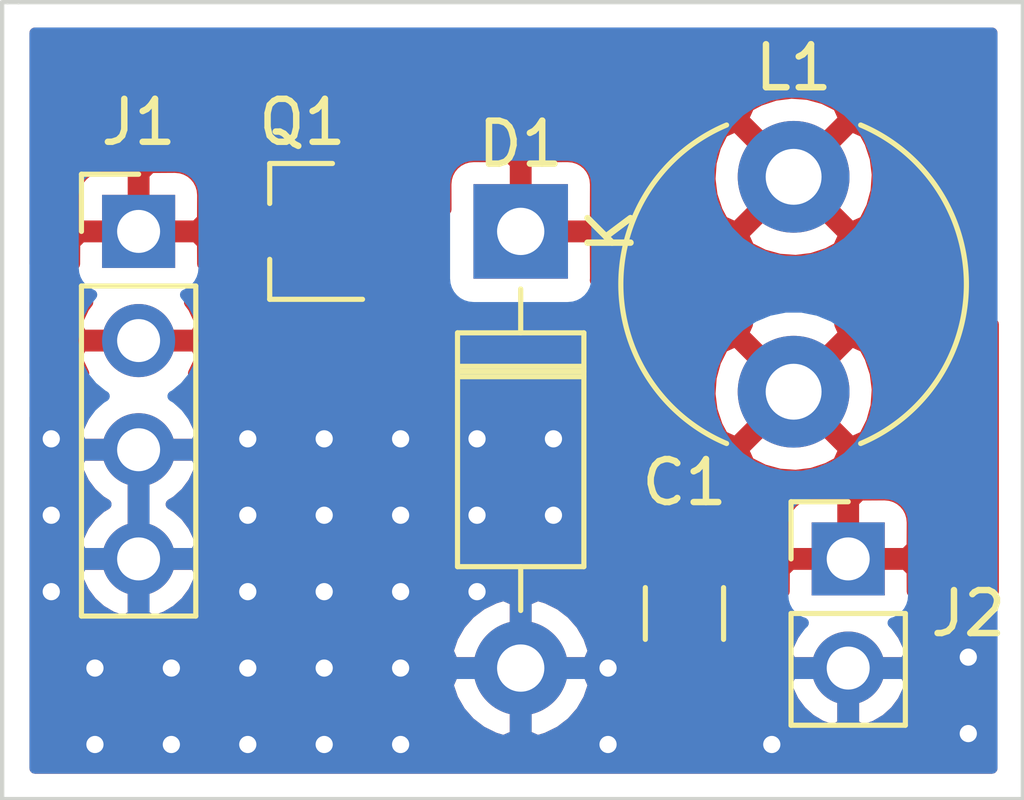
<source format=kicad_pcb>
(kicad_pcb (version 20171130) (host pcbnew "(5.1.2)-2")

  (general
    (thickness 1.6)
    (drawings 6)
    (tracks 33)
    (zones 0)
    (modules 6)
    (nets 6)
  )

  (page A4)
  (layers
    (0 F.Cu signal)
    (31 B.Cu signal hide)
    (32 B.Adhes user)
    (33 F.Adhes user)
    (34 B.Paste user)
    (35 F.Paste user)
    (36 B.SilkS user)
    (37 F.SilkS user)
    (38 B.Mask user)
    (39 F.Mask user)
    (40 Dwgs.User user)
    (41 Cmts.User user)
    (42 Eco1.User user)
    (43 Eco2.User user)
    (44 Edge.Cuts user)
    (45 Margin user)
    (46 B.CrtYd user)
    (47 F.CrtYd user)
    (48 B.Fab user hide)
    (49 F.Fab user hide)
  )

  (setup
    (last_trace_width 0.5)
    (user_trace_width 0.5)
    (trace_clearance 0.2)
    (zone_clearance 0.54)
    (zone_45_only no)
    (trace_min 0.2)
    (via_size 0.8)
    (via_drill 0.4)
    (via_min_size 0.4)
    (via_min_drill 0.3)
    (uvia_size 0.3)
    (uvia_drill 0.1)
    (uvias_allowed no)
    (uvia_min_size 0.2)
    (uvia_min_drill 0.1)
    (edge_width 0.05)
    (segment_width 0.2)
    (pcb_text_width 0.3)
    (pcb_text_size 1.5 1.5)
    (mod_edge_width 0.12)
    (mod_text_size 1 1)
    (mod_text_width 0.15)
    (pad_size 1.524 1.524)
    (pad_drill 0.762)
    (pad_to_mask_clearance 0.051)
    (solder_mask_min_width 0.25)
    (aux_axis_origin 0 0)
    (visible_elements 7FFFFFFF)
    (pcbplotparams
      (layerselection 0x010fc_ffffffff)
      (usegerberextensions false)
      (usegerberattributes false)
      (usegerberadvancedattributes false)
      (creategerberjobfile false)
      (excludeedgelayer true)
      (linewidth 0.100000)
      (plotframeref false)
      (viasonmask false)
      (mode 1)
      (useauxorigin false)
      (hpglpennumber 1)
      (hpglpenspeed 20)
      (hpglpendiameter 15.000000)
      (psnegative false)
      (psa4output false)
      (plotreference true)
      (plotvalue true)
      (plotinvisibletext false)
      (padsonsilk false)
      (subtractmaskfromsilk false)
      (outputformat 1)
      (mirror false)
      (drillshape 1)
      (scaleselection 1)
      (outputdirectory ""))
  )

  (net 0 "")
  (net 1 VCC)
  (net 2 GND)
  (net 3 "Net-(D1-Pad1)")
  (net 4 PWM)
  (net 5 OUT_VCC)

  (net_class Default "Ceci est la Netclass par défaut."
    (clearance 0.2)
    (trace_width 0.25)
    (via_dia 0.8)
    (via_drill 0.4)
    (uvia_dia 0.3)
    (uvia_drill 0.1)
    (add_net GND)
    (add_net "Net-(D1-Pad1)")
    (add_net OUT_VCC)
    (add_net PWM)
    (add_net VCC)
  )

  (module Package_TO_SOT_SMD:SOT-23 (layer F.Cu) (tedit 5A02FF57) (tstamp 5E1DEEBC)
    (at 88.9 55.88 180)
    (descr "SOT-23, Standard")
    (tags SOT-23)
    (path /5E1DAF8B)
    (attr smd)
    (fp_text reference Q1 (at 0 2.54) (layer F.SilkS)
      (effects (font (size 1 1) (thickness 0.15)))
    )
    (fp_text value IRLML0060TRPbF (at 0.814999 -4.315001) (layer F.Fab)
      (effects (font (size 1 1) (thickness 0.15)))
    )
    (fp_line (start 0.76 1.58) (end -0.7 1.58) (layer F.SilkS) (width 0.12))
    (fp_line (start 0.76 -1.58) (end -1.4 -1.58) (layer F.SilkS) (width 0.12))
    (fp_line (start -1.7 1.75) (end -1.7 -1.75) (layer F.CrtYd) (width 0.05))
    (fp_line (start 1.7 1.75) (end -1.7 1.75) (layer F.CrtYd) (width 0.05))
    (fp_line (start 1.7 -1.75) (end 1.7 1.75) (layer F.CrtYd) (width 0.05))
    (fp_line (start -1.7 -1.75) (end 1.7 -1.75) (layer F.CrtYd) (width 0.05))
    (fp_line (start 0.76 -1.58) (end 0.76 -0.65) (layer F.SilkS) (width 0.12))
    (fp_line (start 0.76 1.58) (end 0.76 0.65) (layer F.SilkS) (width 0.12))
    (fp_line (start -0.7 1.52) (end 0.7 1.52) (layer F.Fab) (width 0.1))
    (fp_line (start 0.7 -1.52) (end 0.7 1.52) (layer F.Fab) (width 0.1))
    (fp_line (start -0.7 -0.95) (end -0.15 -1.52) (layer F.Fab) (width 0.1))
    (fp_line (start -0.15 -1.52) (end 0.7 -1.52) (layer F.Fab) (width 0.1))
    (fp_line (start -0.7 -0.95) (end -0.7 1.5) (layer F.Fab) (width 0.1))
    (fp_text user %R (at 0 0 90) (layer F.Fab)
      (effects (font (size 0.5 0.5) (thickness 0.075)))
    )
    (pad 3 smd rect (at 1 0 180) (size 0.9 0.8) (layers F.Cu F.Paste F.Mask)
      (net 1 VCC))
    (pad 2 smd rect (at -1 0.95 180) (size 0.9 0.8) (layers F.Cu F.Paste F.Mask)
      (net 3 "Net-(D1-Pad1)"))
    (pad 1 smd rect (at -1 -0.95 180) (size 0.9 0.8) (layers F.Cu F.Paste F.Mask)
      (net 4 PWM))
    (model ${KISYS3DMOD}/Package_TO_SOT_SMD.3dshapes/SOT-23.wrl
      (at (xyz 0 0 0))
      (scale (xyz 1 1 1))
      (rotate (xyz 0 0 0))
    )
  )

  (module Connector_PinHeader_2.54mm:PinHeader_1x02_P2.54mm_Vertical (layer F.Cu) (tedit 59FED5CC) (tstamp 5E25E179)
    (at 101.6 63.5)
    (descr "Through hole straight pin header, 1x02, 2.54mm pitch, single row")
    (tags "Through hole pin header THT 1x02 2.54mm single row")
    (path /5E26BED3)
    (fp_text reference J2 (at 2.794 1.27) (layer F.SilkS)
      (effects (font (size 1 1) (thickness 0.15)))
    )
    (fp_text value Conn_01x02 (at 0 4.87) (layer F.Fab)
      (effects (font (size 1 1) (thickness 0.15)))
    )
    (fp_text user %R (at 0 1.27 90) (layer F.Fab)
      (effects (font (size 1 1) (thickness 0.15)))
    )
    (fp_line (start 1.8 -1.8) (end -1.8 -1.8) (layer F.CrtYd) (width 0.05))
    (fp_line (start 1.8 4.35) (end 1.8 -1.8) (layer F.CrtYd) (width 0.05))
    (fp_line (start -1.8 4.35) (end 1.8 4.35) (layer F.CrtYd) (width 0.05))
    (fp_line (start -1.8 -1.8) (end -1.8 4.35) (layer F.CrtYd) (width 0.05))
    (fp_line (start -1.33 -1.33) (end 0 -1.33) (layer F.SilkS) (width 0.12))
    (fp_line (start -1.33 0) (end -1.33 -1.33) (layer F.SilkS) (width 0.12))
    (fp_line (start -1.33 1.27) (end 1.33 1.27) (layer F.SilkS) (width 0.12))
    (fp_line (start 1.33 1.27) (end 1.33 3.87) (layer F.SilkS) (width 0.12))
    (fp_line (start -1.33 1.27) (end -1.33 3.87) (layer F.SilkS) (width 0.12))
    (fp_line (start -1.33 3.87) (end 1.33 3.87) (layer F.SilkS) (width 0.12))
    (fp_line (start -1.27 -0.635) (end -0.635 -1.27) (layer F.Fab) (width 0.1))
    (fp_line (start -1.27 3.81) (end -1.27 -0.635) (layer F.Fab) (width 0.1))
    (fp_line (start 1.27 3.81) (end -1.27 3.81) (layer F.Fab) (width 0.1))
    (fp_line (start 1.27 -1.27) (end 1.27 3.81) (layer F.Fab) (width 0.1))
    (fp_line (start -0.635 -1.27) (end 1.27 -1.27) (layer F.Fab) (width 0.1))
    (pad 2 thru_hole oval (at 0 2.54) (size 1.7 1.7) (drill 1) (layers *.Cu *.Mask)
      (net 2 GND))
    (pad 1 thru_hole rect (at 0 0) (size 1.7 1.7) (drill 1) (layers *.Cu *.Mask)
      (net 5 OUT_VCC))
    (model ${KISYS3DMOD}/Connector_PinHeader_2.54mm.3dshapes/PinHeader_1x02_P2.54mm_Vertical.wrl
      (at (xyz 0 0 0))
      (scale (xyz 1 1 1))
      (rotate (xyz 0 0 0))
    )
  )

  (module Connector_PinHeader_2.54mm:PinHeader_1x04_P2.54mm_Vertical (layer F.Cu) (tedit 59FED5CC) (tstamp 5E25E163)
    (at 85.09 55.88)
    (descr "Through hole straight pin header, 1x04, 2.54mm pitch, single row")
    (tags "Through hole pin header THT 1x04 2.54mm single row")
    (path /5E267AFA)
    (fp_text reference J1 (at 0 -2.54) (layer F.SilkS)
      (effects (font (size 1 1) (thickness 0.15)))
    )
    (fp_text value Conn_01x04 (at 0 9.95) (layer F.Fab)
      (effects (font (size 1 1) (thickness 0.15)))
    )
    (fp_text user %R (at 0 3.81 90) (layer F.Fab)
      (effects (font (size 1 1) (thickness 0.15)))
    )
    (fp_line (start 1.8 -1.8) (end -1.8 -1.8) (layer F.CrtYd) (width 0.05))
    (fp_line (start 1.8 9.4) (end 1.8 -1.8) (layer F.CrtYd) (width 0.05))
    (fp_line (start -1.8 9.4) (end 1.8 9.4) (layer F.CrtYd) (width 0.05))
    (fp_line (start -1.8 -1.8) (end -1.8 9.4) (layer F.CrtYd) (width 0.05))
    (fp_line (start -1.33 -1.33) (end 0 -1.33) (layer F.SilkS) (width 0.12))
    (fp_line (start -1.33 0) (end -1.33 -1.33) (layer F.SilkS) (width 0.12))
    (fp_line (start -1.33 1.27) (end 1.33 1.27) (layer F.SilkS) (width 0.12))
    (fp_line (start 1.33 1.27) (end 1.33 8.95) (layer F.SilkS) (width 0.12))
    (fp_line (start -1.33 1.27) (end -1.33 8.95) (layer F.SilkS) (width 0.12))
    (fp_line (start -1.33 8.95) (end 1.33 8.95) (layer F.SilkS) (width 0.12))
    (fp_line (start -1.27 -0.635) (end -0.635 -1.27) (layer F.Fab) (width 0.1))
    (fp_line (start -1.27 8.89) (end -1.27 -0.635) (layer F.Fab) (width 0.1))
    (fp_line (start 1.27 8.89) (end -1.27 8.89) (layer F.Fab) (width 0.1))
    (fp_line (start 1.27 -1.27) (end 1.27 8.89) (layer F.Fab) (width 0.1))
    (fp_line (start -0.635 -1.27) (end 1.27 -1.27) (layer F.Fab) (width 0.1))
    (pad 4 thru_hole oval (at 0 7.62) (size 1.7 1.7) (drill 1) (layers *.Cu *.Mask)
      (net 2 GND))
    (pad 3 thru_hole oval (at 0 5.08) (size 1.7 1.7) (drill 1) (layers *.Cu *.Mask)
      (net 2 GND))
    (pad 2 thru_hole oval (at 0 2.54) (size 1.7 1.7) (drill 1) (layers *.Cu *.Mask)
      (net 4 PWM))
    (pad 1 thru_hole rect (at 0 0) (size 1.7 1.7) (drill 1) (layers *.Cu *.Mask)
      (net 1 VCC))
    (model ${KISYS3DMOD}/Connector_PinHeader_2.54mm.3dshapes/PinHeader_1x04_P2.54mm_Vertical.wrl
      (at (xyz 0 0 0))
      (scale (xyz 1 1 1))
      (rotate (xyz 0 0 0))
    )
  )

  (module Capacitor_SMD:C_1206_3216Metric_Pad1.42x1.75mm_HandSolder (layer F.Cu) (tedit 5B301BBE) (tstamp 5E25D184)
    (at 97.79 64.77 270)
    (descr "Capacitor SMD 1206 (3216 Metric), square (rectangular) end terminal, IPC_7351 nominal with elongated pad for handsoldering. (Body size source: http://www.tortai-tech.com/upload/download/2011102023233369053.pdf), generated with kicad-footprint-generator")
    (tags "capacitor handsolder")
    (path /5E26D598)
    (attr smd)
    (fp_text reference C1 (at -3.048 0 180) (layer F.SilkS)
      (effects (font (size 1 1) (thickness 0.15)))
    )
    (fp_text value 100u (at 0 1.82 90) (layer F.Fab)
      (effects (font (size 1 1) (thickness 0.15)))
    )
    (fp_text user %R (at 0 0 90) (layer F.Fab)
      (effects (font (size 0.8 0.8) (thickness 0.12)))
    )
    (fp_line (start 2.45 1.12) (end -2.45 1.12) (layer F.CrtYd) (width 0.05))
    (fp_line (start 2.45 -1.12) (end 2.45 1.12) (layer F.CrtYd) (width 0.05))
    (fp_line (start -2.45 -1.12) (end 2.45 -1.12) (layer F.CrtYd) (width 0.05))
    (fp_line (start -2.45 1.12) (end -2.45 -1.12) (layer F.CrtYd) (width 0.05))
    (fp_line (start -0.602064 0.91) (end 0.602064 0.91) (layer F.SilkS) (width 0.12))
    (fp_line (start -0.602064 -0.91) (end 0.602064 -0.91) (layer F.SilkS) (width 0.12))
    (fp_line (start 1.6 0.8) (end -1.6 0.8) (layer F.Fab) (width 0.1))
    (fp_line (start 1.6 -0.8) (end 1.6 0.8) (layer F.Fab) (width 0.1))
    (fp_line (start -1.6 -0.8) (end 1.6 -0.8) (layer F.Fab) (width 0.1))
    (fp_line (start -1.6 0.8) (end -1.6 -0.8) (layer F.Fab) (width 0.1))
    (pad 2 smd roundrect (at 1.4875 0 270) (size 1.425 1.75) (layers F.Cu F.Paste F.Mask) (roundrect_rratio 0.175439)
      (net 2 GND))
    (pad 1 smd roundrect (at -1.4875 0 270) (size 1.425 1.75) (layers F.Cu F.Paste F.Mask) (roundrect_rratio 0.175439)
      (net 5 OUT_VCC))
    (model ${KISYS3DMOD}/Capacitor_SMD.3dshapes/C_1206_3216Metric.wrl
      (at (xyz 0 0 0))
      (scale (xyz 1 1 1))
      (rotate (xyz 0 0 0))
    )
  )

  (module Inductor_THT:L_Radial_D7.8mm_P5.00mm_Fastron_07HCP (layer F.Cu) (tedit 5AE59B06) (tstamp 5E25A955)
    (at 100.33 54.61 270)
    (descr "Inductor, Radial series, Radial, pin pitch=5.00mm, , diameter=7.8mm, Fastron, 07HCP, http://www.abracon.com/Magnetics/radial/AISR875.pdf")
    (tags "Inductor Radial series Radial pin pitch 5.00mm  diameter 7.8mm Fastron 07HCP")
    (path /5E25E2FD)
    (fp_text reference L1 (at -2.54 0 180) (layer F.SilkS)
      (effects (font (size 1 1) (thickness 0.15)))
    )
    (fp_text value 680uH (at 2.5 5.15 90) (layer F.Fab)
      (effects (font (size 1 1) (thickness 0.15)))
    )
    (fp_text user %R (at 2.5 0 90) (layer F.Fab)
      (effects (font (size 1 1) (thickness 0.15)))
    )
    (fp_circle (center 2.5 0) (end 6.85 0) (layer F.CrtYd) (width 0.05))
    (fp_circle (center 2.5 0) (end 6.4 0) (layer F.Fab) (width 0.1))
    (fp_arc (start 2.5 0) (end -1.20497 1.56) (angle -134.332356) (layer F.SilkS) (width 0.12))
    (fp_arc (start 2.5 0) (end -1.20497 -1.56) (angle 134.332356) (layer F.SilkS) (width 0.12))
    (pad 2 thru_hole circle (at 5 0 270) (size 2.6 2.6) (drill 1.3) (layers *.Cu *.Mask)
      (net 5 OUT_VCC))
    (pad 1 thru_hole circle (at 0 0 270) (size 2.6 2.6) (drill 1.3) (layers *.Cu *.Mask)
      (net 3 "Net-(D1-Pad1)"))
    (model ${KISYS3DMOD}/Inductor_THT.3dshapes/L_Radial_D7.8mm_P5.00mm_Fastron_07HCP.wrl
      (at (xyz 0 0 0))
      (scale (xyz 1 1 1))
      (rotate (xyz 0 0 0))
    )
  )

  (module Diode_THT:D_DO-41_SOD81_P10.16mm_Horizontal (layer F.Cu) (tedit 5AE50CD5) (tstamp 5E259249)
    (at 93.98 55.88 270)
    (descr "Diode, DO-41_SOD81 series, Axial, Horizontal, pin pitch=10.16mm, , length*diameter=5.2*2.7mm^2, , http://www.diodes.com/_files/packages/DO-41%20(Plastic).pdf")
    (tags "Diode DO-41_SOD81 series Axial Horizontal pin pitch 10.16mm  length 5.2mm diameter 2.7mm")
    (path /5E25F7E1)
    (fp_text reference D1 (at -2.032 0 180) (layer F.SilkS)
      (effects (font (size 1 1) (thickness 0.15)))
    )
    (fp_text value D (at 5.08 2.47 90) (layer F.Fab)
      (effects (font (size 1 1) (thickness 0.15)))
    )
    (fp_text user K (at 0 -2.1 90) (layer F.SilkS)
      (effects (font (size 1 1) (thickness 0.15)))
    )
    (fp_text user K (at 0 -2.1 90) (layer F.Fab)
      (effects (font (size 1 1) (thickness 0.15)))
    )
    (fp_text user %R (at 5.47 0 90) (layer F.Fab)
      (effects (font (size 1 1) (thickness 0.15)))
    )
    (fp_line (start 11.51 -1.6) (end -1.35 -1.6) (layer F.CrtYd) (width 0.05))
    (fp_line (start 11.51 1.6) (end 11.51 -1.6) (layer F.CrtYd) (width 0.05))
    (fp_line (start -1.35 1.6) (end 11.51 1.6) (layer F.CrtYd) (width 0.05))
    (fp_line (start -1.35 -1.6) (end -1.35 1.6) (layer F.CrtYd) (width 0.05))
    (fp_line (start 3.14 -1.47) (end 3.14 1.47) (layer F.SilkS) (width 0.12))
    (fp_line (start 3.38 -1.47) (end 3.38 1.47) (layer F.SilkS) (width 0.12))
    (fp_line (start 3.26 -1.47) (end 3.26 1.47) (layer F.SilkS) (width 0.12))
    (fp_line (start 8.82 0) (end 7.8 0) (layer F.SilkS) (width 0.12))
    (fp_line (start 1.34 0) (end 2.36 0) (layer F.SilkS) (width 0.12))
    (fp_line (start 7.8 -1.47) (end 2.36 -1.47) (layer F.SilkS) (width 0.12))
    (fp_line (start 7.8 1.47) (end 7.8 -1.47) (layer F.SilkS) (width 0.12))
    (fp_line (start 2.36 1.47) (end 7.8 1.47) (layer F.SilkS) (width 0.12))
    (fp_line (start 2.36 -1.47) (end 2.36 1.47) (layer F.SilkS) (width 0.12))
    (fp_line (start 3.16 -1.35) (end 3.16 1.35) (layer F.Fab) (width 0.1))
    (fp_line (start 3.36 -1.35) (end 3.36 1.35) (layer F.Fab) (width 0.1))
    (fp_line (start 3.26 -1.35) (end 3.26 1.35) (layer F.Fab) (width 0.1))
    (fp_line (start 10.16 0) (end 7.68 0) (layer F.Fab) (width 0.1))
    (fp_line (start 0 0) (end 2.48 0) (layer F.Fab) (width 0.1))
    (fp_line (start 7.68 -1.35) (end 2.48 -1.35) (layer F.Fab) (width 0.1))
    (fp_line (start 7.68 1.35) (end 7.68 -1.35) (layer F.Fab) (width 0.1))
    (fp_line (start 2.48 1.35) (end 7.68 1.35) (layer F.Fab) (width 0.1))
    (fp_line (start 2.48 -1.35) (end 2.48 1.35) (layer F.Fab) (width 0.1))
    (pad 2 thru_hole oval (at 10.16 0 270) (size 2.2 2.2) (drill 1.1) (layers *.Cu *.Mask)
      (net 2 GND))
    (pad 1 thru_hole rect (at 0 0 270) (size 2.2 2.2) (drill 1.1) (layers *.Cu *.Mask)
      (net 3 "Net-(D1-Pad1)"))
    (model ${KISYS3DMOD}/Diode_THT.3dshapes/D_DO-41_SOD81_P10.16mm_Horizontal.wrl
      (at (xyz 0 0 0))
      (scale (xyz 1 1 1))
      (rotate (xyz 0 0 0))
    )
  )

  (gr_line (start 82.042 50.546) (end 82.296 50.546) (layer Edge.Cuts) (width 0.1))
  (gr_line (start 81.915 50.546) (end 82.042 50.546) (layer Edge.Cuts) (width 0.1))
  (gr_line (start 81.915 69.088) (end 81.915 50.546) (layer Edge.Cuts) (width 0.1))
  (gr_line (start 105.664 69.088) (end 81.915 69.088) (layer Edge.Cuts) (width 0.1))
  (gr_line (start 105.664 50.546) (end 105.664 69.088) (layer Edge.Cuts) (width 0.1))
  (gr_line (start 82.296 50.546) (end 105.664 50.546) (layer Edge.Cuts) (width 0.1))

  (segment (start 101.3825 66.2575) (end 101.6 66.04) (width 0.5) (layer F.Cu) (net 2))
  (via (at 83.058 60.706) (size 0.8) (drill 0.4) (layers F.Cu B.Cu) (net 2))
  (via (at 83.058 62.484) (size 0.8) (drill 0.4) (layers F.Cu B.Cu) (net 2))
  (via (at 83.058 64.262) (size 0.8) (drill 0.4) (layers F.Cu B.Cu) (net 2))
  (via (at 84.074 66.04) (size 0.8) (drill 0.4) (layers F.Cu B.Cu) (net 2))
  (via (at 84.074 67.818) (size 0.8) (drill 0.4) (layers F.Cu B.Cu) (net 2))
  (via (at 87.63 67.818) (size 0.8) (drill 0.4) (layers F.Cu B.Cu) (net 2))
  (via (at 89.408 67.818) (size 0.8) (drill 0.4) (layers F.Cu B.Cu) (net 2))
  (via (at 91.186 67.818) (size 0.8) (drill 0.4) (layers F.Cu B.Cu) (net 2))
  (via (at 87.63 60.706) (size 0.8) (drill 0.4) (layers F.Cu B.Cu) (net 2))
  (via (at 89.408 60.706) (size 0.8) (drill 0.4) (layers F.Cu B.Cu) (net 2))
  (via (at 91.186 60.706) (size 0.8) (drill 0.4) (layers F.Cu B.Cu) (net 2))
  (via (at 92.964 60.706) (size 0.8) (drill 0.4) (layers F.Cu B.Cu) (net 2))
  (via (at 94.742 60.706) (size 0.8) (drill 0.4) (layers F.Cu B.Cu) (net 2))
  (via (at 94.742 62.484) (size 0.8) (drill 0.4) (layers F.Cu B.Cu) (net 2))
  (via (at 104.394 67.564) (size 0.8) (drill 0.4) (layers F.Cu B.Cu) (net 2))
  (via (at 104.394 65.786) (size 0.8) (drill 0.4) (layers F.Cu B.Cu) (net 2))
  (via (at 96.012 67.818) (size 0.8) (drill 0.4) (layers F.Cu B.Cu) (net 2))
  (via (at 99.822 67.818) (size 0.8) (drill 0.4) (layers F.Cu B.Cu) (net 2))
  (via (at 87.63 62.484) (size 0.8) (drill 0.4) (layers F.Cu B.Cu) (net 2))
  (via (at 87.63 64.262) (size 0.8) (drill 0.4) (layers F.Cu B.Cu) (net 2))
  (via (at 87.63 66.04) (size 0.8) (drill 0.4) (layers F.Cu B.Cu) (net 2))
  (via (at 89.408 62.484) (size 0.8) (drill 0.4) (layers F.Cu B.Cu) (net 2))
  (via (at 89.408 64.262) (size 0.8) (drill 0.4) (layers F.Cu B.Cu) (net 2))
  (via (at 89.408 66.04) (size 0.8) (drill 0.4) (layers F.Cu B.Cu) (net 2))
  (via (at 91.186 62.484) (size 0.8) (drill 0.4) (layers F.Cu B.Cu) (net 2))
  (via (at 91.186 64.262) (size 0.8) (drill 0.4) (layers F.Cu B.Cu) (net 2))
  (via (at 91.186 66.04) (size 0.8) (drill 0.4) (layers F.Cu B.Cu) (net 2))
  (via (at 92.964 62.484) (size 0.8) (drill 0.4) (layers F.Cu B.Cu) (net 2))
  (via (at 92.964 64.262) (size 0.8) (drill 0.4) (layers F.Cu B.Cu) (net 2))
  (via (at 85.852 67.818) (size 0.8) (drill 0.4) (layers F.Cu B.Cu) (net 2))
  (via (at 85.852 66.04) (size 0.8) (drill 0.4) (layers F.Cu B.Cu) (net 2))
  (via (at 96.012 66.04) (size 0.8) (drill 0.4) (layers F.Cu B.Cu) (net 2))

  (zone (net 5) (net_name OUT_VCC) (layer F.Cu) (tstamp 5E2700D4) (hatch edge 0.508)
    (connect_pads (clearance 0.508))
    (min_thickness 0.254)
    (fill yes (arc_segments 32) (thermal_gap 0.508) (thermal_bridge_width 0.508))
    (polygon
      (pts
        (xy 96.52 57.912) (xy 105.41 57.912) (xy 105.41 64.389) (xy 96.52 64.389)
      )
    )
    (filled_polygon
      (pts
        (xy 99.160381 58.260776) (xy 100.33 59.430395) (xy 101.499619 58.260776) (xy 101.400461 58.039) (xy 104.979 58.039)
        (xy 104.979001 64.262) (xy 103.087593 64.262) (xy 103.085 63.78575) (xy 102.92625 63.627) (xy 101.727 63.627)
        (xy 101.727 63.647) (xy 101.473 63.647) (xy 101.473 63.627) (xy 100.27375 63.627) (xy 100.115 63.78575)
        (xy 100.112407 64.262) (xy 99.242304 64.262) (xy 99.254502 64.23918) (xy 99.290812 64.119482) (xy 99.303072 63.995)
        (xy 99.3 63.56825) (xy 99.14125 63.4095) (xy 97.917 63.4095) (xy 97.917 63.4295) (xy 97.663 63.4295)
        (xy 97.663 63.4095) (xy 97.643 63.4095) (xy 97.643 63.1555) (xy 97.663 63.1555) (xy 97.663 62.09375)
        (xy 97.917 62.09375) (xy 97.917 63.1555) (xy 99.14125 63.1555) (xy 99.3 62.99675) (xy 99.302496 62.65)
        (xy 100.111928 62.65) (xy 100.115 63.21425) (xy 100.27375 63.373) (xy 101.473 63.373) (xy 101.473 62.17375)
        (xy 101.727 62.17375) (xy 101.727 63.373) (xy 102.92625 63.373) (xy 103.085 63.21425) (xy 103.088072 62.65)
        (xy 103.075812 62.525518) (xy 103.039502 62.40582) (xy 102.980537 62.295506) (xy 102.901185 62.198815) (xy 102.804494 62.119463)
        (xy 102.69418 62.060498) (xy 102.574482 62.024188) (xy 102.45 62.011928) (xy 101.88575 62.015) (xy 101.727 62.17375)
        (xy 101.473 62.17375) (xy 101.31425 62.015) (xy 100.75 62.011928) (xy 100.625518 62.024188) (xy 100.50582 62.060498)
        (xy 100.395506 62.119463) (xy 100.298815 62.198815) (xy 100.219463 62.295506) (xy 100.160498 62.40582) (xy 100.124188 62.525518)
        (xy 100.111928 62.65) (xy 99.302496 62.65) (xy 99.303072 62.57) (xy 99.290812 62.445518) (xy 99.254502 62.32582)
        (xy 99.195537 62.215506) (xy 99.116185 62.118815) (xy 99.019494 62.039463) (xy 98.90918 61.980498) (xy 98.789482 61.944188)
        (xy 98.665 61.931928) (xy 98.07575 61.935) (xy 97.917 62.09375) (xy 97.663 62.09375) (xy 97.50425 61.935)
        (xy 96.915 61.931928) (xy 96.790518 61.944188) (xy 96.67082 61.980498) (xy 96.647 61.99323) (xy 96.647 60.959224)
        (xy 99.160381 60.959224) (xy 99.292317 61.254312) (xy 99.633045 61.425159) (xy 100.000557 61.52625) (xy 100.380729 61.553701)
        (xy 100.758951 61.506457) (xy 101.12069 61.386333) (xy 101.367683 61.254312) (xy 101.499619 60.959224) (xy 100.33 59.789605)
        (xy 99.160381 60.959224) (xy 96.647 60.959224) (xy 96.647 59.660729) (xy 98.386299 59.660729) (xy 98.433543 60.038951)
        (xy 98.553667 60.40069) (xy 98.685688 60.647683) (xy 98.980776 60.779619) (xy 100.150395 59.61) (xy 100.509605 59.61)
        (xy 101.679224 60.779619) (xy 101.974312 60.647683) (xy 102.145159 60.306955) (xy 102.24625 59.939443) (xy 102.273701 59.559271)
        (xy 102.226457 59.181049) (xy 102.106333 58.81931) (xy 101.974312 58.572317) (xy 101.679224 58.440381) (xy 100.509605 59.61)
        (xy 100.150395 59.61) (xy 98.980776 58.440381) (xy 98.685688 58.572317) (xy 98.514841 58.913045) (xy 98.41375 59.280557)
        (xy 98.386299 59.660729) (xy 96.647 59.660729) (xy 96.647 58.039) (xy 99.259539 58.039)
      )
    )
  )
  (zone (net 3) (net_name "Net-(D1-Pad1)") (layer F.Cu) (tstamp 5E2700D1) (hatch edge 0.508)
    (connect_pads (clearance 0.54))
    (min_thickness 0.254)
    (fill yes (arc_segments 32) (thermal_gap 0.508) (thermal_bridge_width 0.508))
    (polygon
      (pts
        (xy 89.154 50.8) (xy 105.41 50.8) (xy 105.41 57.15) (xy 92.456 57.15) (xy 92.456 55.499)
        (xy 89.154 55.499)
      )
    )
    (filled_polygon
      (pts
        (xy 104.947 57.023) (xy 95.713837 57.023) (xy 95.718072 56.98) (xy 95.715 56.16575) (xy 95.55625 56.007)
        (xy 94.107 56.007) (xy 94.107 56.027) (xy 93.853 56.027) (xy 93.853 56.007) (xy 93.833 56.007)
        (xy 93.833 55.959224) (xy 99.160381 55.959224) (xy 99.292317 56.254312) (xy 99.633045 56.425159) (xy 100.000557 56.52625)
        (xy 100.380729 56.553701) (xy 100.758951 56.506457) (xy 101.12069 56.386333) (xy 101.367683 56.254312) (xy 101.499619 55.959224)
        (xy 100.33 54.789605) (xy 99.160381 55.959224) (xy 93.833 55.959224) (xy 93.833 55.753) (xy 93.853 55.753)
        (xy 93.853 54.30375) (xy 94.107 54.30375) (xy 94.107 55.753) (xy 95.55625 55.753) (xy 95.715 55.59425)
        (xy 95.718072 54.78) (xy 95.706326 54.660729) (xy 98.386299 54.660729) (xy 98.433543 55.038951) (xy 98.553667 55.40069)
        (xy 98.685688 55.647683) (xy 98.980776 55.779619) (xy 100.150395 54.61) (xy 100.509605 54.61) (xy 101.679224 55.779619)
        (xy 101.974312 55.647683) (xy 102.145159 55.306955) (xy 102.24625 54.939443) (xy 102.273701 54.559271) (xy 102.226457 54.181049)
        (xy 102.106333 53.81931) (xy 101.974312 53.572317) (xy 101.679224 53.440381) (xy 100.509605 54.61) (xy 100.150395 54.61)
        (xy 98.980776 53.440381) (xy 98.685688 53.572317) (xy 98.514841 53.913045) (xy 98.41375 54.280557) (xy 98.386299 54.660729)
        (xy 95.706326 54.660729) (xy 95.705812 54.655518) (xy 95.669502 54.53582) (xy 95.610537 54.425506) (xy 95.531185 54.328815)
        (xy 95.434494 54.249463) (xy 95.32418 54.190498) (xy 95.204482 54.154188) (xy 95.08 54.141928) (xy 94.26575 54.145)
        (xy 94.107 54.30375) (xy 93.853 54.30375) (xy 93.69425 54.145) (xy 92.88 54.141928) (xy 92.755518 54.154188)
        (xy 92.63582 54.190498) (xy 92.525506 54.249463) (xy 92.428815 54.328815) (xy 92.349463 54.425506) (xy 92.290498 54.53582)
        (xy 92.254188 54.655518) (xy 92.241928 54.78) (xy 92.244161 55.372) (xy 90.983935 55.372) (xy 90.988072 55.33)
        (xy 90.985 55.21575) (xy 90.82625 55.057) (xy 90.027 55.057) (xy 90.027 55.077) (xy 89.773 55.077)
        (xy 89.773 55.057) (xy 89.753 55.057) (xy 89.753 54.803) (xy 89.773 54.803) (xy 89.773 54.05375)
        (xy 90.027 54.05375) (xy 90.027 54.803) (xy 90.82625 54.803) (xy 90.985 54.64425) (xy 90.988072 54.53)
        (xy 90.975812 54.405518) (xy 90.939502 54.28582) (xy 90.880537 54.175506) (xy 90.801185 54.078815) (xy 90.704494 53.999463)
        (xy 90.59418 53.940498) (xy 90.474482 53.904188) (xy 90.35 53.891928) (xy 90.18575 53.895) (xy 90.027 54.05375)
        (xy 89.773 54.05375) (xy 89.61425 53.895) (xy 89.45 53.891928) (xy 89.325518 53.904188) (xy 89.281 53.917692)
        (xy 89.281 53.260776) (xy 99.160381 53.260776) (xy 100.33 54.430395) (xy 101.499619 53.260776) (xy 101.367683 52.965688)
        (xy 101.026955 52.794841) (xy 100.659443 52.69375) (xy 100.279271 52.666299) (xy 99.901049 52.713543) (xy 99.53931 52.833667)
        (xy 99.292317 52.965688) (xy 99.160381 53.260776) (xy 89.281 53.260776) (xy 89.281 51.263) (xy 104.947 51.263)
      )
    )
  )
  (zone (net 1) (net_name VCC) (layer F.Cu) (tstamp 5E2700CE) (hatch edge 0.508)
    (connect_pads (clearance 0.54))
    (min_thickness 0.254)
    (fill yes (arc_segments 32) (thermal_gap 0.508) (thermal_bridge_width 0.508))
    (polygon
      (pts
        (xy 82.55 50.927) (xy 88.519 50.927) (xy 88.519 56.769) (xy 82.55 56.769)
      )
    )
    (filled_polygon
      (pts
        (xy 88.392 54.846065) (xy 88.35 54.841928) (xy 88.18575 54.845) (xy 88.027 55.00375) (xy 88.027 55.753)
        (xy 88.047 55.753) (xy 88.047 56.007) (xy 88.027 56.007) (xy 88.027 56.027) (xy 87.773 56.027)
        (xy 87.773 56.007) (xy 86.97375 56.007) (xy 86.815 56.16575) (xy 86.811928 56.28) (xy 86.824188 56.404482)
        (xy 86.860498 56.52418) (xy 86.919463 56.634494) (xy 86.925623 56.642) (xy 86.577593 56.642) (xy 86.575 56.16575)
        (xy 86.41625 56.007) (xy 85.217 56.007) (xy 85.217 56.027) (xy 84.963 56.027) (xy 84.963 56.007)
        (xy 83.76375 56.007) (xy 83.605 56.16575) (xy 83.602407 56.642) (xy 82.677 56.642) (xy 82.677 55.03)
        (xy 83.601928 55.03) (xy 83.605 55.59425) (xy 83.76375 55.753) (xy 84.963 55.753) (xy 84.963 54.55375)
        (xy 85.217 54.55375) (xy 85.217 55.753) (xy 86.41625 55.753) (xy 86.575 55.59425) (xy 86.575622 55.48)
        (xy 86.811928 55.48) (xy 86.815 55.59425) (xy 86.97375 55.753) (xy 87.773 55.753) (xy 87.773 55.00375)
        (xy 87.61425 54.845) (xy 87.45 54.841928) (xy 87.325518 54.854188) (xy 87.20582 54.890498) (xy 87.095506 54.949463)
        (xy 86.998815 55.028815) (xy 86.919463 55.125506) (xy 86.860498 55.23582) (xy 86.824188 55.355518) (xy 86.811928 55.48)
        (xy 86.575622 55.48) (xy 86.578072 55.03) (xy 86.565812 54.905518) (xy 86.529502 54.78582) (xy 86.470537 54.675506)
        (xy 86.391185 54.578815) (xy 86.294494 54.499463) (xy 86.18418 54.440498) (xy 86.064482 54.404188) (xy 85.94 54.391928)
        (xy 85.37575 54.395) (xy 85.217 54.55375) (xy 84.963 54.55375) (xy 84.80425 54.395) (xy 84.24 54.391928)
        (xy 84.115518 54.404188) (xy 83.99582 54.440498) (xy 83.885506 54.499463) (xy 83.788815 54.578815) (xy 83.709463 54.675506)
        (xy 83.650498 54.78582) (xy 83.614188 54.905518) (xy 83.601928 55.03) (xy 82.677 55.03) (xy 82.677 51.263)
        (xy 88.392 51.263)
      )
    )
  )
  (zone (net 4) (net_name PWM) (layer F.Cu) (tstamp 5E2700CB) (hatch edge 0.508)
    (connect_pads (clearance 0.54))
    (min_thickness 0.254)
    (fill yes (arc_segments 32) (thermal_gap 0.508) (thermal_bridge_width 0.508))
    (polygon
      (pts
        (xy 82.55 57.404) (xy 88.9 57.404) (xy 89.281 57.404) (xy 89.281 56.261) (xy 91.694 56.261)
        (xy 91.694 59.309) (xy 82.55 59.309)
      )
    )
    (filled_polygon
      (pts
        (xy 91.567 59.182) (xy 86.363984 59.182) (xy 86.486825 58.924099) (xy 86.531476 58.77689) (xy 86.410155 58.547)
        (xy 85.217 58.547) (xy 85.217 58.567) (xy 84.963 58.567) (xy 84.963 58.547) (xy 83.769845 58.547)
        (xy 83.648524 58.77689) (xy 83.693175 58.924099) (xy 83.816016 59.182) (xy 82.677 59.182) (xy 82.677 57.531)
        (xy 83.909417 57.531) (xy 83.818359 57.65308) (xy 83.693175 57.915901) (xy 83.648524 58.06311) (xy 83.769845 58.293)
        (xy 84.963 58.293) (xy 84.963 58.273) (xy 85.217 58.273) (xy 85.217 58.293) (xy 86.410155 58.293)
        (xy 86.531476 58.06311) (xy 86.486825 57.915901) (xy 86.361641 57.65308) (xy 86.270583 57.531) (xy 88.890869 57.531)
        (xy 88.919463 57.584494) (xy 88.998815 57.681185) (xy 89.095506 57.760537) (xy 89.20582 57.819502) (xy 89.325518 57.855812)
        (xy 89.45 57.868072) (xy 89.61425 57.865) (xy 89.773 57.70625) (xy 89.773 56.957) (xy 90.027 56.957)
        (xy 90.027 57.70625) (xy 90.18575 57.865) (xy 90.35 57.868072) (xy 90.474482 57.855812) (xy 90.59418 57.819502)
        (xy 90.704494 57.760537) (xy 90.801185 57.681185) (xy 90.880537 57.584494) (xy 90.939502 57.47418) (xy 90.975812 57.354482)
        (xy 90.988072 57.23) (xy 90.985 57.11575) (xy 90.82625 56.957) (xy 90.027 56.957) (xy 89.773 56.957)
        (xy 89.753 56.957) (xy 89.753 56.703) (xy 89.773 56.703) (xy 89.773 56.683) (xy 90.027 56.683)
        (xy 90.027 56.703) (xy 90.82625 56.703) (xy 90.985 56.54425) (xy 90.988072 56.43) (xy 90.983935 56.388)
        (xy 91.567 56.388)
      )
    )
  )
  (zone (net 2) (net_name GND) (layer F.Cu) (tstamp 5E2700C8) (hatch edge 0.508)
    (connect_pads (clearance 0.54))
    (min_thickness 0.254)
    (fill yes (arc_segments 32) (thermal_gap 0.508) (thermal_bridge_width 0.508))
    (polygon
      (pts
        (xy 82.55 60.071) (xy 95.631 60.071) (xy 95.631 65.151) (xy 105.41 65.024) (xy 105.41 68.58)
        (xy 82.55 68.707)
      )
    )
    (filled_polygon
      (pts
        (xy 83.693175 60.455901) (xy 83.648524 60.60311) (xy 83.769845 60.833) (xy 84.963 60.833) (xy 84.963 60.813)
        (xy 85.217 60.813) (xy 85.217 60.833) (xy 86.410155 60.833) (xy 86.531476 60.60311) (xy 86.486825 60.455901)
        (xy 86.363984 60.198) (xy 95.504 60.198) (xy 95.504 65.151) (xy 95.50644 65.175776) (xy 95.513667 65.199601)
        (xy 95.525403 65.221557) (xy 95.541197 65.240803) (xy 95.560443 65.256597) (xy 95.582399 65.268333) (xy 95.606224 65.27556)
        (xy 95.632649 65.277989) (xy 96.34263 65.268768) (xy 96.325498 65.30082) (xy 96.289188 65.420518) (xy 96.276928 65.545)
        (xy 96.28 65.97175) (xy 96.43875 66.1305) (xy 97.663 66.1305) (xy 97.663 66.1105) (xy 97.917 66.1105)
        (xy 97.917 66.1305) (xy 99.14125 66.1305) (xy 99.3 65.97175) (xy 99.303072 65.545) (xy 99.290812 65.420518)
        (xy 99.254502 65.30082) (xy 99.217414 65.231434) (xy 100.370593 65.216457) (xy 100.328359 65.27308) (xy 100.203175 65.535901)
        (xy 100.158524 65.68311) (xy 100.279845 65.913) (xy 101.473 65.913) (xy 101.473 65.893) (xy 101.727 65.893)
        (xy 101.727 65.913) (xy 102.920155 65.913) (xy 103.041476 65.68311) (xy 102.996825 65.535901) (xy 102.871641 65.27308)
        (xy 102.805817 65.184831) (xy 104.947001 65.157024) (xy 104.947001 68.371) (xy 82.677 68.371) (xy 82.677 66.436123)
        (xy 92.290821 66.436123) (xy 92.400558 66.758054) (xy 92.570992 67.052391) (xy 92.795573 67.307822) (xy 93.065671 67.514531)
        (xy 93.370906 67.664575) (xy 93.583878 67.729175) (xy 93.853 67.611125) (xy 93.853 66.167) (xy 94.107 66.167)
        (xy 94.107 67.611125) (xy 94.376122 67.729175) (xy 94.589094 67.664575) (xy 94.894329 67.514531) (xy 95.164427 67.307822)
        (xy 95.389008 67.052391) (xy 95.436715 66.97) (xy 96.276928 66.97) (xy 96.289188 67.094482) (xy 96.325498 67.21418)
        (xy 96.384463 67.324494) (xy 96.463815 67.421185) (xy 96.560506 67.500537) (xy 96.67082 67.559502) (xy 96.790518 67.595812)
        (xy 96.915 67.608072) (xy 97.50425 67.605) (xy 97.663 67.44625) (xy 97.663 66.3845) (xy 97.917 66.3845)
        (xy 97.917 67.44625) (xy 98.07575 67.605) (xy 98.665 67.608072) (xy 98.789482 67.595812) (xy 98.90918 67.559502)
        (xy 99.019494 67.500537) (xy 99.116185 67.421185) (xy 99.195537 67.324494) (xy 99.254502 67.21418) (xy 99.290812 67.094482)
        (xy 99.303072 66.97) (xy 99.3 66.54325) (xy 99.15364 66.39689) (xy 100.158524 66.39689) (xy 100.203175 66.544099)
        (xy 100.328359 66.80692) (xy 100.502412 67.040269) (xy 100.718645 67.235178) (xy 100.968748 67.384157) (xy 101.243109 67.481481)
        (xy 101.473 67.360814) (xy 101.473 66.167) (xy 101.727 66.167) (xy 101.727 67.360814) (xy 101.956891 67.481481)
        (xy 102.231252 67.384157) (xy 102.481355 67.235178) (xy 102.697588 67.040269) (xy 102.871641 66.80692) (xy 102.996825 66.544099)
        (xy 103.041476 66.39689) (xy 102.920155 66.167) (xy 101.727 66.167) (xy 101.473 66.167) (xy 100.279845 66.167)
        (xy 100.158524 66.39689) (xy 99.15364 66.39689) (xy 99.14125 66.3845) (xy 97.917 66.3845) (xy 97.663 66.3845)
        (xy 96.43875 66.3845) (xy 96.28 66.54325) (xy 96.276928 66.97) (xy 95.436715 66.97) (xy 95.559442 66.758054)
        (xy 95.669179 66.436123) (xy 95.5516 66.167) (xy 94.107 66.167) (xy 93.853 66.167) (xy 92.4084 66.167)
        (xy 92.290821 66.436123) (xy 82.677 66.436123) (xy 82.677 65.643877) (xy 92.290821 65.643877) (xy 92.4084 65.913)
        (xy 93.853 65.913) (xy 93.853 64.468875) (xy 94.107 64.468875) (xy 94.107 65.913) (xy 95.5516 65.913)
        (xy 95.669179 65.643877) (xy 95.559442 65.321946) (xy 95.389008 65.027609) (xy 95.164427 64.772178) (xy 94.894329 64.565469)
        (xy 94.589094 64.415425) (xy 94.376122 64.350825) (xy 94.107 64.468875) (xy 93.853 64.468875) (xy 93.583878 64.350825)
        (xy 93.370906 64.415425) (xy 93.065671 64.565469) (xy 92.795573 64.772178) (xy 92.570992 65.027609) (xy 92.400558 65.321946)
        (xy 92.290821 65.643877) (xy 82.677 65.643877) (xy 82.677 63.85689) (xy 83.648524 63.85689) (xy 83.693175 64.004099)
        (xy 83.818359 64.26692) (xy 83.992412 64.500269) (xy 84.208645 64.695178) (xy 84.458748 64.844157) (xy 84.733109 64.941481)
        (xy 84.963 64.820814) (xy 84.963 63.627) (xy 85.217 63.627) (xy 85.217 64.820814) (xy 85.446891 64.941481)
        (xy 85.721252 64.844157) (xy 85.971355 64.695178) (xy 86.187588 64.500269) (xy 86.361641 64.26692) (xy 86.486825 64.004099)
        (xy 86.531476 63.85689) (xy 86.410155 63.627) (xy 85.217 63.627) (xy 84.963 63.627) (xy 83.769845 63.627)
        (xy 83.648524 63.85689) (xy 82.677 63.85689) (xy 82.677 61.31689) (xy 83.648524 61.31689) (xy 83.693175 61.464099)
        (xy 83.818359 61.72692) (xy 83.992412 61.960269) (xy 84.208645 62.155178) (xy 84.334255 62.23) (xy 84.208645 62.304822)
        (xy 83.992412 62.499731) (xy 83.818359 62.73308) (xy 83.693175 62.995901) (xy 83.648524 63.14311) (xy 83.769845 63.373)
        (xy 84.963 63.373) (xy 84.963 61.087) (xy 85.217 61.087) (xy 85.217 63.373) (xy 86.410155 63.373)
        (xy 86.531476 63.14311) (xy 86.486825 62.995901) (xy 86.361641 62.73308) (xy 86.187588 62.499731) (xy 85.971355 62.304822)
        (xy 85.845745 62.23) (xy 85.971355 62.155178) (xy 86.187588 61.960269) (xy 86.361641 61.72692) (xy 86.486825 61.464099)
        (xy 86.531476 61.31689) (xy 86.410155 61.087) (xy 85.217 61.087) (xy 84.963 61.087) (xy 83.769845 61.087)
        (xy 83.648524 61.31689) (xy 82.677 61.31689) (xy 82.677 60.198) (xy 83.816016 60.198)
      )
    )
  )
  (zone (net 2) (net_name GND) (layer B.Cu) (tstamp 5E2700C5) (hatch edge 0.508)
    (connect_pads (clearance 0.54))
    (min_thickness 0.254)
    (fill yes (arc_segments 32) (thermal_gap 0.508) (thermal_bridge_width 0.508))
    (polygon
      (pts
        (xy 82.55 50.8) (xy 105.41 50.8) (xy 105.41 68.58) (xy 82.55 68.58)
      )
    )
    (filled_polygon
      (pts
        (xy 104.947001 68.371) (xy 82.677 68.371) (xy 82.677 66.436123) (xy 92.290821 66.436123) (xy 92.400558 66.758054)
        (xy 92.570992 67.052391) (xy 92.795573 67.307822) (xy 93.065671 67.514531) (xy 93.370906 67.664575) (xy 93.583878 67.729175)
        (xy 93.853 67.611125) (xy 93.853 66.167) (xy 94.107 66.167) (xy 94.107 67.611125) (xy 94.376122 67.729175)
        (xy 94.589094 67.664575) (xy 94.894329 67.514531) (xy 95.164427 67.307822) (xy 95.389008 67.052391) (xy 95.559442 66.758054)
        (xy 95.669179 66.436123) (xy 95.652039 66.39689) (xy 100.158524 66.39689) (xy 100.203175 66.544099) (xy 100.328359 66.80692)
        (xy 100.502412 67.040269) (xy 100.718645 67.235178) (xy 100.968748 67.384157) (xy 101.243109 67.481481) (xy 101.473 67.360814)
        (xy 101.473 66.167) (xy 101.727 66.167) (xy 101.727 67.360814) (xy 101.956891 67.481481) (xy 102.231252 67.384157)
        (xy 102.481355 67.235178) (xy 102.697588 67.040269) (xy 102.871641 66.80692) (xy 102.996825 66.544099) (xy 103.041476 66.39689)
        (xy 102.920155 66.167) (xy 101.727 66.167) (xy 101.473 66.167) (xy 100.279845 66.167) (xy 100.158524 66.39689)
        (xy 95.652039 66.39689) (xy 95.5516 66.167) (xy 94.107 66.167) (xy 93.853 66.167) (xy 92.4084 66.167)
        (xy 92.290821 66.436123) (xy 82.677 66.436123) (xy 82.677 65.643877) (xy 92.290821 65.643877) (xy 92.4084 65.913)
        (xy 93.853 65.913) (xy 93.853 64.468875) (xy 94.107 64.468875) (xy 94.107 65.913) (xy 95.5516 65.913)
        (xy 95.669179 65.643877) (xy 95.559442 65.321946) (xy 95.389008 65.027609) (xy 95.164427 64.772178) (xy 94.894329 64.565469)
        (xy 94.589094 64.415425) (xy 94.376122 64.350825) (xy 94.107 64.468875) (xy 93.853 64.468875) (xy 93.583878 64.350825)
        (xy 93.370906 64.415425) (xy 93.065671 64.565469) (xy 92.795573 64.772178) (xy 92.570992 65.027609) (xy 92.400558 65.321946)
        (xy 92.290821 65.643877) (xy 82.677 65.643877) (xy 82.677 63.85689) (xy 83.648524 63.85689) (xy 83.693175 64.004099)
        (xy 83.818359 64.26692) (xy 83.992412 64.500269) (xy 84.208645 64.695178) (xy 84.458748 64.844157) (xy 84.733109 64.941481)
        (xy 84.963 64.820814) (xy 84.963 63.627) (xy 85.217 63.627) (xy 85.217 64.820814) (xy 85.446891 64.941481)
        (xy 85.721252 64.844157) (xy 85.971355 64.695178) (xy 86.187588 64.500269) (xy 86.361641 64.26692) (xy 86.486825 64.004099)
        (xy 86.531476 63.85689) (xy 86.410155 63.627) (xy 85.217 63.627) (xy 84.963 63.627) (xy 83.769845 63.627)
        (xy 83.648524 63.85689) (xy 82.677 63.85689) (xy 82.677 61.31689) (xy 83.648524 61.31689) (xy 83.693175 61.464099)
        (xy 83.818359 61.72692) (xy 83.992412 61.960269) (xy 84.208645 62.155178) (xy 84.334255 62.23) (xy 84.208645 62.304822)
        (xy 83.992412 62.499731) (xy 83.818359 62.73308) (xy 83.693175 62.995901) (xy 83.648524 63.14311) (xy 83.769845 63.373)
        (xy 84.963 63.373) (xy 84.963 61.087) (xy 85.217 61.087) (xy 85.217 63.373) (xy 86.410155 63.373)
        (xy 86.531476 63.14311) (xy 86.486825 62.995901) (xy 86.361641 62.73308) (xy 86.299673 62.65) (xy 100.079773 62.65)
        (xy 100.079773 64.35) (xy 100.092651 64.480755) (xy 100.130791 64.606485) (xy 100.192727 64.722358) (xy 100.276078 64.823922)
        (xy 100.377642 64.907273) (xy 100.493515 64.969209) (xy 100.558709 64.988986) (xy 100.502412 65.039731) (xy 100.328359 65.27308)
        (xy 100.203175 65.535901) (xy 100.158524 65.68311) (xy 100.279845 65.913) (xy 101.473 65.913) (xy 101.473 65.893)
        (xy 101.727 65.893) (xy 101.727 65.913) (xy 102.920155 65.913) (xy 103.041476 65.68311) (xy 102.996825 65.535901)
        (xy 102.871641 65.27308) (xy 102.697588 65.039731) (xy 102.641291 64.988986) (xy 102.706485 64.969209) (xy 102.822358 64.907273)
        (xy 102.923922 64.823922) (xy 103.007273 64.722358) (xy 103.069209 64.606485) (xy 103.107349 64.480755) (xy 103.120227 64.35)
        (xy 103.120227 62.65) (xy 103.107349 62.519245) (xy 103.069209 62.393515) (xy 103.007273 62.277642) (xy 102.923922 62.176078)
        (xy 102.822358 62.092727) (xy 102.706485 62.030791) (xy 102.580755 61.992651) (xy 102.45 61.979773) (xy 100.75 61.979773)
        (xy 100.619245 61.992651) (xy 100.493515 62.030791) (xy 100.377642 62.092727) (xy 100.276078 62.176078) (xy 100.192727 62.277642)
        (xy 100.130791 62.393515) (xy 100.092651 62.519245) (xy 100.079773 62.65) (xy 86.299673 62.65) (xy 86.187588 62.499731)
        (xy 85.971355 62.304822) (xy 85.845745 62.23) (xy 85.971355 62.155178) (xy 86.187588 61.960269) (xy 86.361641 61.72692)
        (xy 86.486825 61.464099) (xy 86.531476 61.31689) (xy 86.410155 61.087) (xy 85.217 61.087) (xy 84.963 61.087)
        (xy 83.769845 61.087) (xy 83.648524 61.31689) (xy 82.677 61.31689) (xy 82.677 58.42) (xy 83.56566 58.42)
        (xy 83.59495 58.717384) (xy 83.681693 59.00334) (xy 83.822558 59.266878) (xy 84.012129 59.497871) (xy 84.243122 59.687442)
        (xy 84.293417 59.714326) (xy 84.208645 59.764822) (xy 83.992412 59.959731) (xy 83.818359 60.19308) (xy 83.693175 60.455901)
        (xy 83.648524 60.60311) (xy 83.769845 60.833) (xy 84.963 60.833) (xy 84.963 60.813) (xy 85.217 60.813)
        (xy 85.217 60.833) (xy 86.410155 60.833) (xy 86.531476 60.60311) (xy 86.486825 60.455901) (xy 86.361641 60.19308)
        (xy 86.187588 59.959731) (xy 85.971355 59.764822) (xy 85.886583 59.714326) (xy 85.936878 59.687442) (xy 86.167871 59.497871)
        (xy 86.234841 59.416267) (xy 98.363 59.416267) (xy 98.363 59.803733) (xy 98.438591 60.183753) (xy 98.586868 60.541724)
        (xy 98.802132 60.863889) (xy 99.076111 61.137868) (xy 99.398276 61.353132) (xy 99.756247 61.501409) (xy 100.136267 61.577)
        (xy 100.523733 61.577) (xy 100.903753 61.501409) (xy 101.261724 61.353132) (xy 101.583889 61.137868) (xy 101.857868 60.863889)
        (xy 102.073132 60.541724) (xy 102.221409 60.183753) (xy 102.297 59.803733) (xy 102.297 59.416267) (xy 102.221409 59.036247)
        (xy 102.073132 58.678276) (xy 101.857868 58.356111) (xy 101.583889 58.082132) (xy 101.261724 57.866868) (xy 100.903753 57.718591)
        (xy 100.523733 57.643) (xy 100.136267 57.643) (xy 99.756247 57.718591) (xy 99.398276 57.866868) (xy 99.076111 58.082132)
        (xy 98.802132 58.356111) (xy 98.586868 58.678276) (xy 98.438591 59.036247) (xy 98.363 59.416267) (xy 86.234841 59.416267)
        (xy 86.357442 59.266878) (xy 86.498307 59.00334) (xy 86.58505 58.717384) (xy 86.61434 58.42) (xy 86.58505 58.122616)
        (xy 86.498307 57.83666) (xy 86.357442 57.573122) (xy 86.178227 57.354748) (xy 86.196485 57.349209) (xy 86.312358 57.287273)
        (xy 86.413922 57.203922) (xy 86.497273 57.102358) (xy 86.559209 56.986485) (xy 86.597349 56.860755) (xy 86.610227 56.73)
        (xy 86.610227 55.03) (xy 86.597349 54.899245) (xy 86.561177 54.78) (xy 92.209773 54.78) (xy 92.209773 56.98)
        (xy 92.222651 57.110755) (xy 92.260791 57.236485) (xy 92.322727 57.352358) (xy 92.406078 57.453922) (xy 92.507642 57.537273)
        (xy 92.623515 57.599209) (xy 92.749245 57.637349) (xy 92.88 57.650227) (xy 95.08 57.650227) (xy 95.210755 57.637349)
        (xy 95.336485 57.599209) (xy 95.452358 57.537273) (xy 95.553922 57.453922) (xy 95.637273 57.352358) (xy 95.699209 57.236485)
        (xy 95.737349 57.110755) (xy 95.750227 56.98) (xy 95.750227 54.78) (xy 95.737349 54.649245) (xy 95.699209 54.523515)
        (xy 95.641884 54.416267) (xy 98.363 54.416267) (xy 98.363 54.803733) (xy 98.438591 55.183753) (xy 98.586868 55.541724)
        (xy 98.802132 55.863889) (xy 99.076111 56.137868) (xy 99.398276 56.353132) (xy 99.756247 56.501409) (xy 100.136267 56.577)
        (xy 100.523733 56.577) (xy 100.903753 56.501409) (xy 101.261724 56.353132) (xy 101.583889 56.137868) (xy 101.857868 55.863889)
        (xy 102.073132 55.541724) (xy 102.221409 55.183753) (xy 102.297 54.803733) (xy 102.297 54.416267) (xy 102.221409 54.036247)
        (xy 102.073132 53.678276) (xy 101.857868 53.356111) (xy 101.583889 53.082132) (xy 101.261724 52.866868) (xy 100.903753 52.718591)
        (xy 100.523733 52.643) (xy 100.136267 52.643) (xy 99.756247 52.718591) (xy 99.398276 52.866868) (xy 99.076111 53.082132)
        (xy 98.802132 53.356111) (xy 98.586868 53.678276) (xy 98.438591 54.036247) (xy 98.363 54.416267) (xy 95.641884 54.416267)
        (xy 95.637273 54.407642) (xy 95.553922 54.306078) (xy 95.452358 54.222727) (xy 95.336485 54.160791) (xy 95.210755 54.122651)
        (xy 95.08 54.109773) (xy 92.88 54.109773) (xy 92.749245 54.122651) (xy 92.623515 54.160791) (xy 92.507642 54.222727)
        (xy 92.406078 54.306078) (xy 92.322727 54.407642) (xy 92.260791 54.523515) (xy 92.222651 54.649245) (xy 92.209773 54.78)
        (xy 86.561177 54.78) (xy 86.559209 54.773515) (xy 86.497273 54.657642) (xy 86.413922 54.556078) (xy 86.312358 54.472727)
        (xy 86.196485 54.410791) (xy 86.070755 54.372651) (xy 85.94 54.359773) (xy 84.24 54.359773) (xy 84.109245 54.372651)
        (xy 83.983515 54.410791) (xy 83.867642 54.472727) (xy 83.766078 54.556078) (xy 83.682727 54.657642) (xy 83.620791 54.773515)
        (xy 83.582651 54.899245) (xy 83.569773 55.03) (xy 83.569773 56.73) (xy 83.582651 56.860755) (xy 83.620791 56.986485)
        (xy 83.682727 57.102358) (xy 83.766078 57.203922) (xy 83.867642 57.287273) (xy 83.983515 57.349209) (xy 84.001773 57.354748)
        (xy 83.822558 57.573122) (xy 83.681693 57.83666) (xy 83.59495 58.122616) (xy 83.56566 58.42) (xy 82.677 58.42)
        (xy 82.677 51.263) (xy 104.947 51.263)
      )
    )
  )
)

</source>
